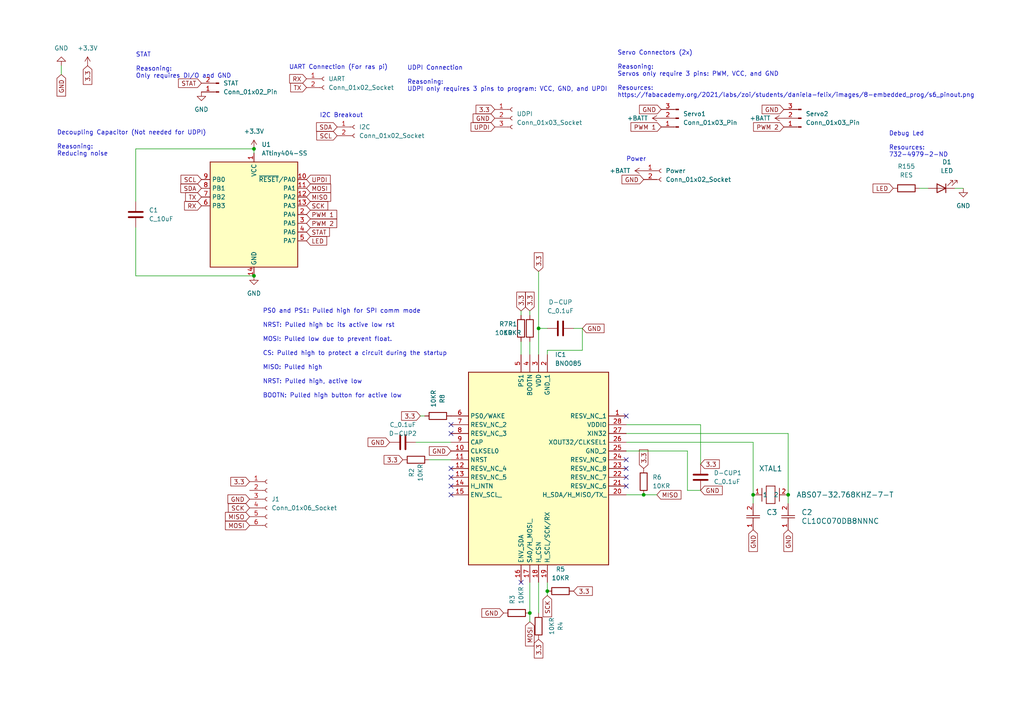
<source format=kicad_sch>
(kicad_sch (version 20230121) (generator eeschema)
  (paper "A4")
  (lib_symbols
    (symbol "32Crys:ABS07-32.768KHZ-7-T" (pin_names (offset 0.254))
      (property "Reference" "XTAL" (at 5.08 4.445 0))
      (property "Value" "ABS07-32.768KHZ-7-T" (at 5.08 -4.445 0))
      (symbol "ABS07-32.768KHZ-7-T_1_1"
        (polyline (pts (xy 2.54 -1.905) (xy 2.54 1.905)) (stroke (width 0.2032)))
        (polyline (pts (xy 3.81 -2.54) (xy 3.81 2.54)) (stroke (width 0.2032)))
        (polyline (pts (xy 3.81 2.54) (xy 6.35 2.54)) (stroke (width 0.2032)))
        (polyline (pts (xy 6.35 -2.54) (xy 3.81 -2.54)) (stroke (width 0.2032)))
        (polyline (pts (xy 6.35 2.54) (xy 6.35 -2.54)) (stroke (width 0.2032)))
        (polyline (pts (xy 7.62 -1.905) (xy 7.62 1.905)) (stroke (width 0.2032)))
        (pin unspecified line (at 0 0 0) (length 2.54) (name "1") (number "1"))
        (pin unspecified line (at 10.16 0 180) (length 2.54) (name "2") (number "2"))
      )
    )
    (symbol "7pf:CL10C070DB8NNNC" (pin_names (offset 0.254))
      (property "Reference" "C" (at 3.81 3.81 0))
      (property "Value" "CL10C070DB8NNNC" (at 3.81 -3.81 0))
      (symbol "CL10C070DB8NNNC_1_1"
        (polyline (pts (xy 2.54 0) (xy 3.4798 0)) (stroke (width 0.2032)))
        (polyline (pts (xy 3.4798 -1.905) (xy 3.4798 1.905)) (stroke (width 0.2032)))
        (polyline (pts (xy 4.1148 -1.905) (xy 4.1148 1.905)) (stroke (width 0.2032)))
        (polyline (pts (xy 4.1148 0) (xy 5.08 0)) (stroke (width 0.2032)))
        (pin unspecified line (at 0 0 0) (length 2.54) (name "") (number "1"))
        (pin unspecified line (at 7.62 0 180) (length 2.54) (name "") (number "2"))
      )
    )
    (symbol "BNO085:BNO085"
      (property "Reference" "IC" (at 46.99 17.78 0))
      (property "Value" "BNO085" (at 46.99 15.24 0))
      (symbol "BNO085_1_1"
        (rectangle (start 5.08 12.7) (end 45.72 -43.18) (stroke (width 0.254)) (fill (type background)))
        (pin passive line (at 50.8 0 180) (length 5.08) (name "RESV_NC_1") (number "1"))
        (pin passive line (at 0 -10.16 0) (length 5.08) (name "CLKSEL0") (number "10"))
        (pin passive line (at 0 -12.7 0) (length 5.08) (name "NRST") (number "11"))
        (pin passive line (at 0 -15.24 0) (length 5.08) (name "RESV_NC_4") (number "12"))
        (pin passive line (at 0 -17.78 0) (length 5.08) (name "RESV_NC_5") (number "13"))
        (pin passive line (at 0 -20.32 0) (length 5.08) (name "H_INTN") (number "14"))
        (pin passive line (at 0 -22.86 0) (length 5.08) (name "ENV_SCL_") (number "15"))
        (pin passive line (at 20.32 -48.26 90) (length 5.08) (name "ENV_SDA") (number "16"))
        (pin passive line (at 22.86 -48.26 90) (length 5.08) (name "SA0/H_MOSI_") (number "17"))
        (pin passive line (at 25.4 -48.26 90) (length 5.08) (name "H_CSN") (number "18"))
        (pin passive line (at 27.94 -48.26 90) (length 5.08) (name "H_SCL/SCK/RX") (number "19"))
        (pin passive line (at 27.94 17.78 270) (length 5.08) (name "GND_1") (number "2"))
        (pin passive line (at 50.8 -22.86 180) (length 5.08) (name "H_SDA/H_MISO/TX_") (number "20"))
        (pin passive line (at 50.8 -20.32 180) (length 5.08) (name "RESV_NC_6") (number "21"))
        (pin passive line (at 50.8 -17.78 180) (length 5.08) (name "RESV_NC_7") (number "22"))
        (pin passive line (at 50.8 -15.24 180) (length 5.08) (name "RESV_NC_8") (number "23"))
        (pin passive line (at 50.8 -12.7 180) (length 5.08) (name "RESV_NC_9") (number "24"))
        (pin passive line (at 50.8 -10.16 180) (length 5.08) (name "GND_2") (number "25"))
        (pin passive line (at 50.8 -7.62 180) (length 5.08) (name "XOUT32/CLKSEL1") (number "26"))
        (pin passive line (at 50.8 -5.08 180) (length 5.08) (name "XIN32") (number "27"))
        (pin passive line (at 50.8 -2.54 180) (length 5.08) (name "VDDIO") (number "28"))
        (pin passive line (at 25.4 17.78 270) (length 5.08) (name "VDD") (number "3"))
        (pin passive line (at 22.86 17.78 270) (length 5.08) (name "BOOTN") (number "4"))
        (pin passive line (at 20.32 17.78 270) (length 5.08) (name "PS1") (number "5"))
        (pin passive line (at 0 0 0) (length 5.08) (name "PS0/WAKE") (number "6"))
        (pin passive line (at 0 -2.54 0) (length 5.08) (name "RESV_NC_2") (number "7"))
        (pin passive line (at 0 -5.08 0) (length 5.08) (name "RESV_NC_3") (number "8"))
        (pin passive line (at 0 -7.62 0) (length 5.08) (name "CAP") (number "9"))
      )
    )
    (symbol "Connector:Conn_01x02_Pin" (pin_names (offset 1.016) hide)
      (property "Reference" "J" (at 0 2.54 0))
      (property "Value" "Conn_01x02_Pin" (at 0 -5.08 0))
      (symbol "Conn_01x02_Pin_1_1"
        (polyline (pts (xy 1.27 -2.54) (xy 0.8636 -2.54)) (stroke (width 0.1524)))
        (polyline (pts (xy 1.27 0) (xy 0.8636 0)) (stroke (width 0.1524)))
        (rectangle (start 0.8636 -2.413) (end 0 -2.667) (stroke (width 0.1524)) (fill (type outline)))
        (rectangle (start 0.8636 0.127) (end 0 -0.127) (stroke (width 0.1524)) (fill (type outline)))
        (pin passive line (at 5.08 0 180) (length 3.81) (name "Pin_1") (number "1"))
        (pin passive line (at 5.08 -2.54 180) (length 3.81) (name "Pin_2") (number "2"))
      )
    )
    (symbol "Connector:Conn_01x02_Socket" (pin_names (offset 1.016) hide)
      (property "Reference" "J" (at 0 2.54 0))
      (property "Value" "Conn_01x02_Socket" (at 0 -5.08 0))
      (symbol "Conn_01x02_Socket_1_1"
        (arc (start 0 -2.032) (mid -0.5058 -2.54) (end 0 -3.048) (stroke (width 0.1524)))
        (polyline (pts (xy -1.27 -2.54) (xy -0.508 -2.54)) (stroke (width 0.1524)))
        (polyline (pts (xy -1.27 0) (xy -0.508 0)) (stroke (width 0.1524)))
        (arc (start 0 0.508) (mid -0.5058 0) (end 0 -0.508) (stroke (width 0.1524)))
        (pin passive line (at -5.08 0 0) (length 3.81) (name "Pin_1") (number "1"))
        (pin passive line (at -5.08 -2.54 0) (length 3.81) (name "Pin_2") (number "2"))
      )
    )
    (symbol "Connector:Conn_01x03_Pin" (pin_names (offset 1.016) hide)
      (property "Reference" "J" (at 0 5.08 0))
      (property "Value" "Conn_01x03_Pin" (at 0 -5.08 0))
      (symbol "Conn_01x03_Pin_1_1"
        (polyline (pts (xy 1.27 -2.54) (xy 0.8636 -2.54)) (stroke (width 0.1524)))
        (polyline (pts (xy 1.27 0) (xy 0.8636 0)) (stroke (width 0.1524)))
        (polyline (pts (xy 1.27 2.54) (xy 0.8636 2.54)) (stroke (width 0.1524)))
        (rectangle (start 0.8636 -2.413) (end 0 -2.667) (stroke (width 0.1524)) (fill (type outline)))
        (rectangle (start 0.8636 0.127) (end 0 -0.127) (stroke (width 0.1524)) (fill (type outline)))
        (rectangle (start 0.8636 2.667) (end 0 2.413) (stroke (width 0.1524)) (fill (type outline)))
        (pin passive line (at 5.08 2.54 180) (length 3.81) (name "Pin_1") (number "1"))
        (pin passive line (at 5.08 0 180) (length 3.81) (name "Pin_2") (number "2"))
        (pin passive line (at 5.08 -2.54 180) (length 3.81) (name "Pin_3") (number "3"))
      )
    )
    (symbol "Connector:Conn_01x03_Socket" (pin_names (offset 1.016) hide)
      (property "Reference" "J" (at 0 5.08 0))
      (property "Value" "Conn_01x03_Socket" (at 0 -5.08 0))
      (symbol "Conn_01x03_Socket_1_1"
        (arc (start 0 -2.032) (mid -0.5058 -2.54) (end 0 -3.048) (stroke (width 0.1524)))
        (polyline (pts (xy -1.27 -2.54) (xy -0.508 -2.54)) (stroke (width 0.1524)))
        (polyline (pts (xy -1.27 0) (xy -0.508 0)) (stroke (width 0.1524)))
        (polyline (pts (xy -1.27 2.54) (xy -0.508 2.54)) (stroke (width 0.1524)))
        (arc (start 0 0.508) (mid -0.5058 0) (end 0 -0.508) (stroke (width 0.1524)))
        (arc (start 0 3.048) (mid -0.5058 2.54) (end 0 2.032) (stroke (width 0.1524)))
        (pin passive line (at -5.08 2.54 0) (length 3.81) (name "Pin_1") (number "1"))
        (pin passive line (at -5.08 0 0) (length 3.81) (name "Pin_2") (number "2"))
        (pin passive line (at -5.08 -2.54 0) (length 3.81) (name "Pin_3") (number "3"))
      )
    )
    (symbol "Connector:Conn_01x06_Socket" (pin_names (offset 1.016) hide)
      (property "Reference" "J" (at 0 7.62 0))
      (property "Value" "Conn_01x06_Socket" (at 0 -10.16 0))
      (symbol "Conn_01x06_Socket_1_1"
        (arc (start 0 -7.112) (mid -0.5058 -7.62) (end 0 -8.128) (stroke (width 0.1524)))
        (arc (start 0 -4.572) (mid -0.5058 -5.08) (end 0 -5.588) (stroke (width 0.1524)))
        (arc (start 0 -2.032) (mid -0.5058 -2.54) (end 0 -3.048) (stroke (width 0.1524)))
        (polyline (pts (xy -1.27 -7.62) (xy -0.508 -7.62)) (stroke (width 0.1524)))
        (polyline (pts (xy -1.27 -5.08) (xy -0.508 -5.08)) (stroke (width 0.1524)))
        (polyline (pts (xy -1.27 -2.54) (xy -0.508 -2.54)) (stroke (width 0.1524)))
        (polyline (pts (xy -1.27 0) (xy -0.508 0)) (stroke (width 0.1524)))
        (polyline (pts (xy -1.27 2.54) (xy -0.508 2.54)) (stroke (width 0.1524)))
        (polyline (pts (xy -1.27 5.08) (xy -0.508 5.08)) (stroke (width 0.1524)))
        (arc (start 0 0.508) (mid -0.5058 0) (end 0 -0.508) (stroke (width 0.1524)))
        (arc (start 0 3.048) (mid -0.5058 2.54) (end 0 2.032) (stroke (width 0.1524)))
        (arc (start 0 5.588) (mid -0.5058 5.08) (end 0 4.572) (stroke (width 0.1524)))
        (pin passive line (at -5.08 5.08 0) (length 3.81) (name "Pin_1") (number "1"))
        (pin passive line (at -5.08 2.54 0) (length 3.81) (name "Pin_2") (number "2"))
        (pin passive line (at -5.08 0 0) (length 3.81) (name "Pin_3") (number "3"))
        (pin passive line (at -5.08 -2.54 0) (length 3.81) (name "Pin_4") (number "4"))
        (pin passive line (at -5.08 -5.08 0) (length 3.81) (name "Pin_5") (number "5"))
        (pin passive line (at -5.08 -7.62 0) (length 3.81) (name "Pin_6") (number "6"))
      )
    )
    (symbol "Device:LED" (pin_numbers hide) (pin_names (offset 1.016) hide)
      (property "Reference" "D" (at 0 2.54 0))
      (property "Value" "LED" (at 0 -2.54 0))
      (symbol "LED_0_1"
        (polyline (pts (xy -1.27 -1.27) (xy -1.27 1.27)) (stroke (width 0.254)))
        (polyline (pts (xy -1.27 0) (xy 1.27 0)))
        (polyline (pts (xy 1.27 -1.27) (xy 1.27 1.27) (xy -1.27 0) (xy 1.27 -1.27)) (stroke (width 0.254)))
        (polyline (pts (xy -3.048 -0.762) (xy -4.572 -2.286) (xy -3.81 -2.286) (xy -4.572 -2.286) (xy -4.572 -1.524)))
        (polyline (pts (xy -1.778 -0.762) (xy -3.302 -2.286) (xy -2.54 -2.286) (xy -3.302 -2.286) (xy -3.302 -1.524)))
      )
      (symbol "LED_1_1"
        (pin passive line (at -3.81 0 0) (length 2.54) (name "K") (number "1"))
        (pin passive line (at 3.81 0 180) (length 2.54) (name "A") (number "2"))
      )
    )
    (symbol "Device:R" (pin_numbers hide) (pin_names (offset 0))
      (property "Reference" "R" (at 2.032 0 90))
      (property "Value" "R" (at 0 0 90))
      (symbol "R_0_1"
        (rectangle (start -1.016 -2.54) (end 1.016 2.54) (stroke (width 0.254)))
      )
      (symbol "R_1_1"
        (pin passive line (at 0 3.81 270) (length 1.27) (name "~") (number "1"))
        (pin passive line (at 0 -3.81 90) (length 1.27) (name "~") (number "2"))
      )
    )
    (symbol "MCU_Microchip_ATtiny:ATtiny404-SS"
      (property "Reference" "U" (at -12.7 16.51 0))
      (property "Value" "ATtiny404-SS" (at 2.54 -16.51 0))
      (symbol "ATtiny404-SS_0_1"
        (rectangle (start -12.7 -15.24) (end 12.7 15.24) (stroke (width 0.254)) (fill (type background)))
      )
      (symbol "ATtiny404-SS_1_1"
        (pin power_in line (at 0 17.78 270) (length 2.54) (name "VCC") (number "1"))
        (pin bidirectional line (at 15.24 10.16 180) (length 2.54) (name "~{RESET}/PA0") (number "10"))
        (pin bidirectional line (at 15.24 7.62 180) (length 2.54) (name "PA1") (number "11"))
        (pin bidirectional line (at 15.24 5.08 180) (length 2.54) (name "PA2") (number "12"))
        (pin bidirectional line (at 15.24 2.54 180) (length 2.54) (name "PA3") (number "13"))
        (pin power_in line (at 0 -17.78 90) (length 2.54) (name "GND") (number "14"))
        (pin bidirectional line (at 15.24 0 180) (length 2.54) (name "PA4") (number "2"))
        (pin bidirectional line (at 15.24 -2.54 180) (length 2.54) (name "PA5") (number "3"))
        (pin bidirectional line (at 15.24 -5.08 180) (length 2.54) (name "PA6") (number "4"))
        (pin bidirectional line (at 15.24 -7.62 180) (length 2.54) (name "PA7") (number "5"))
        (pin bidirectional line (at -15.24 2.54 0) (length 2.54) (name "PB3") (number "6"))
        (pin bidirectional line (at -15.24 5.08 0) (length 2.54) (name "PB2") (number "7"))
        (pin bidirectional line (at -15.24 7.62 0) (length 2.54) (name "PB1") (number "8"))
        (pin bidirectional line (at -15.24 10.16 0) (length 2.54) (name "PB0") (number "9"))
      )
    )
    (symbol "formula:C_0.1uF" (pin_numbers hide) (pin_names (offset 0.254))
      (property "Reference" "C" (at 0.635 2.54 0))
      (property "Value" "C_0.1uF" (at 0.635 -2.54 0))
      (symbol "C_0.1uF_0_1"
        (polyline (pts (xy -2.032 -0.762) (xy 2.032 -0.762)) (stroke (width 0.508)))
        (polyline (pts (xy -2.032 0.762) (xy 2.032 0.762)) (stroke (width 0.508)))
      )
      (symbol "C_0.1uF_1_1"
        (pin passive line (at 0 3.81 270) (length 2.794) (name "~") (number "1"))
        (pin passive line (at 0 -3.81 90) (length 2.794) (name "~") (number "2"))
      )
    )
    (symbol "formula:C_10uF" (pin_numbers hide) (pin_names (offset 0.254))
      (property "Reference" "C" (at 0.635 3.81 0))
      (property "Value" "C_10uF" (at 0.635 -1.27 0))
      (symbol "C_10uF_0_1"
        (polyline (pts (xy -2.032 0.508) (xy 2.032 0.508)) (stroke (width 0.508)))
        (polyline (pts (xy -2.032 2.032) (xy 2.032 2.032)) (stroke (width 0.508)))
      )
      (symbol "C_10uF_1_1"
        (pin passive line (at 0 5.08 270) (length 2.794) (name "~") (number "1"))
        (pin passive line (at 0 -2.54 90) (length 2.794) (name "~") (number "2"))
      )
    )
    (symbol "oem:10KR" (pin_numbers hide) (pin_names (offset 0))
      (property "Reference" "R" (at 2.032 0 90))
      (property "Value" "10KR" (at 0 0 90))
      (symbol "10KR_0_1"
        (rectangle (start -1.016 -2.54) (end 1.016 2.54) (stroke (width 0.254)))
      )
      (symbol "10KR_1_1"
        (pin passive line (at 0 3.81 270) (length 1.27) (name "~") (number "1"))
        (pin passive line (at 0 -3.81 90) (length 1.27) (name "~") (number "2"))
      )
    )
    (symbol "power:+3.3V" (power) (pin_names (offset 0))
      (property "Value" "+3.3V" (at 0 3.556 0))
      (symbol "+3.3V_0_1"
        (polyline (pts (xy -0.762 1.27) (xy 0 2.54)))
        (polyline (pts (xy 0 0) (xy 0 2.54)))
        (polyline (pts (xy 0 2.54) (xy 0.762 1.27)))
      )
      (symbol "+3.3V_1_1"
        (pin power_in line (at 0 0 90) (length 0) hide (name "+3.3V") (number "1"))
      )
    )
    (symbol "power:+BATT" (power) (pin_names (offset 0))
      (property "Value" "+BATT" (at 0 3.556 0))
      (symbol "+BATT_0_1"
        (polyline (pts (xy -0.762 1.27) (xy 0 2.54)))
        (polyline (pts (xy 0 0) (xy 0 2.54)))
        (polyline (pts (xy 0 2.54) (xy 0.762 1.27)))
      )
      (symbol "+BATT_1_1"
        (pin power_in line (at 0 0 90) (length 0) hide (name "+BATT") (number "1"))
      )
    )
    (symbol "power:GND" (power) (pin_names (offset 0))
      (property "Value" "GND" (at 0 -3.81 0))
      (symbol "GND_0_1"
        (polyline (pts (xy 0 0) (xy 0 -1.27) (xy 1.27 -1.27) (xy 0 -2.54) (xy -1.27 -1.27) (xy 0 -1.27)))
      )
      (symbol "GND_1_1"
        (pin power_in line (at 0 0 270) (length 0) hide (name "GND") (number "1"))
      )
    )
  )
  (junction (at 218.44 143.51))
  (junction (at 73.66 43.18))
  (junction (at 153.67 177.8))
  (junction (at 186.69 143.51))
  (junction (at 156.21 95.25))
  (junction (at 73.66 80.01))
  (junction (at 228.6 143.51))
  (junction (at 158.75 171.45))
  (no_connect (at 130.81 138.43))
  (no_connect (at 181.61 120.65))
  (no_connect (at 151.13 168.91))
  (no_connect (at 130.81 123.19))
  (no_connect (at 181.61 135.89))
  (no_connect (at 130.81 135.89))
  (no_connect (at 130.81 143.51))
  (no_connect (at 181.61 140.97))
  (no_connect (at 181.61 138.43))
  (no_connect (at 181.61 133.35))
  (no_connect (at 130.81 125.73))
  (no_connect (at 130.81 140.97))
  (wire (pts (xy 168.91 101.6) (xy 158.75 101.6)))
  (wire (pts (xy 276.86 54.61) (xy 279.4 54.61)))
  (wire (pts (xy 153.67 177.8) (xy 153.67 180.34)))
  (wire (pts (xy 156.21 95.25) (xy 156.21 102.87)))
  (wire (pts (xy 228.6 143.51) (xy 228.6 146.05)))
  (wire (pts (xy 181.61 125.73) (xy 228.6 125.73)))
  (wire (pts (xy 199.39 130.81) (xy 181.61 130.81)))
  (wire (pts (xy 158.75 101.6) (xy 158.75 102.87)))
  (wire (pts (xy 168.91 95.25) (xy 168.91 101.6)))
  (wire (pts (xy 156.21 78.74) (xy 156.21 95.25)))
  (wire (pts (xy 39.37 80.01) (xy 73.66 80.01)))
  (wire (pts (xy 203.2 123.19) (xy 203.2 134.62)))
  (wire (pts (xy 120.65 128.27) (xy 130.81 128.27)))
  (wire (pts (xy 124.46 133.35) (xy 130.81 133.35)))
  (wire (pts (xy 199.39 142.24) (xy 199.39 130.81)))
  (wire (pts (xy 156.21 168.91) (xy 156.21 177.8)))
  (wire (pts (xy 39.37 58.42) (xy 39.37 43.18)))
  (wire (pts (xy 39.37 43.18) (xy 73.66 43.18)))
  (wire (pts (xy 158.75 172.72) (xy 158.75 171.45)))
  (wire (pts (xy 199.39 142.24) (xy 203.2 142.24)))
  (wire (pts (xy 218.44 128.27) (xy 218.44 143.51)))
  (wire (pts (xy 228.6 125.73) (xy 228.6 143.51)))
  (wire (pts (xy 17.78 21.59) (xy 17.78 19.05)))
  (wire (pts (xy 39.37 66.04) (xy 39.37 80.01)))
  (wire (pts (xy 151.13 90.17) (xy 151.13 91.44)))
  (wire (pts (xy 218.44 143.51) (xy 218.44 146.05)))
  (wire (pts (xy 153.67 99.06) (xy 153.67 102.87)))
  (wire (pts (xy 73.66 43.18) (xy 73.66 44.45)))
  (wire (pts (xy 121.92 120.65) (xy 123.19 120.65)))
  (wire (pts (xy 151.13 99.06) (xy 151.13 102.87)))
  (wire (pts (xy 168.91 95.25) (xy 166.37 95.25)))
  (wire (pts (xy 266.7 54.61) (xy 269.24 54.61)))
  (wire (pts (xy 181.61 128.27) (xy 218.44 128.27)))
  (wire (pts (xy 153.67 168.91) (xy 153.67 177.8)))
  (wire (pts (xy 181.61 123.19) (xy 203.2 123.19)))
  (wire (pts (xy 158.75 171.45) (xy 158.75 168.91)))
  (wire (pts (xy 153.67 91.44) (xy 153.67 90.17)))
  (wire (pts (xy 156.21 95.25) (xy 158.75 95.25)))
  (wire (pts (xy 190.5 143.51) (xy 186.69 143.51)))
  (wire (pts (xy 186.69 143.51) (xy 181.61 143.51)))
  (text "PS0 and PS1: Pulled high for SPI comm mode\n\nNRST: Pulled high bc its active low rst\n\nMOSI: Pulled low due to prevent float.\n\nCS: Pulled high to protect a circuit during the startup\n\nMISO: Pulled high\n\nNRST: Pulled high, active low\n\nBOOTN: Pulled high button for active low\n" (at 76.2 115.57 0) (effects (font (size 1.27 1.27)) (justify left bottom)))
  (text "STAT \n\nReasoning:\nOnly requires DI/O and GND" (at 39.37 22.86 0) (effects (font (size 1.27 1.27)) (justify left bottom)))
  (text "UDPI Connection\n\nReasoning:\nUDPI only requires 3 pins to program: VCC, GND, and UPDI\n" (at 118.11 26.67 0) (effects (font (size 1.27 1.27)) (justify left bottom)))
  (text "UART Connection (For ras pi)\n" (at 83.82 20.32 0) (effects (font (size 1.27 1.27)) (justify left bottom)))
  (text "Servo Connectors (2x)\n\nReasoning:\nServos only require 3 pins: PWM, VCC, and GND\n\nResources:\nhttps://fabacademy.org/2021/labs/zoi/students/daniela-felix/images/8-embedded_prog/s6_pinout.png\n\n" (at 179.07 30.48 0) (effects (font (size 1.27 1.27)) (justify left bottom)))
  (text "Decoupling Capacitor (Not needed for UDPI)\n\nReasoning:\nReducing noise\n\n\n" (at 16.51 49.53 0) (effects (font (size 1.27 1.27)) (justify left bottom)))
  (text "I2C Breakout" (at 92.71 34.29 0) (effects (font (size 1.27 1.27)) (justify left bottom)))
  (text "Power" (at 181.61 46.99 0) (effects (font (size 1.27 1.27)) (justify left bottom)))
  (text "Debug Led\n\nResources: \n732-4979-2-ND" (at 257.81 45.72 0) (effects (font (size 1.27 1.27)) (justify left bottom)))
  (global_label "GND" (shape input) (at 203.2 142.24 0) (property "Intersheetrefs" "${INTERSHEET_REFS}" (effects hide)))
  (global_label "GND" (shape input) (at 227.33 31.75 180) (property "Intersheetrefs" "${INTERSHEET_REFS}" (effects hide)))
  (global_label "LED" (shape input) (at 259.08 54.61 180) (property "Intersheetrefs" "${INTERSHEET_REFS}" (effects hide)))
  (global_label "3.3" (shape input) (at 25.4 19.05 270) (property "Intersheetrefs" "${INTERSHEET_REFS}" (effects hide)))
  (global_label "PWM 2" (shape input) (at 88.9 64.77 0) (property "Intersheetrefs" "${INTERSHEET_REFS}" (effects hide)))
  (global_label "MISO" (shape input) (at 190.5 143.51 0) (property "Intersheetrefs" "${INTERSHEET_REFS}" (effects hide)))
  (global_label "3.3" (shape input) (at 186.69 135.89 90) (property "Intersheetrefs" "${INTERSHEET_REFS}" (effects hide)))
  (global_label "GND" (shape input) (at 17.78 21.59 270) (property "Intersheetrefs" "${INTERSHEET_REFS}" (effects hide)))
  (global_label "STAT" (shape input) (at 58.42 24.13 180) (property "Intersheetrefs" "${INTERSHEET_REFS}" (effects hide)))
  (global_label "SDA" (shape input) (at 58.42 54.61 180) (property "Intersheetrefs" "${INTERSHEET_REFS}" (effects hide)))
  (global_label "GND" (shape input) (at 130.81 130.81 180) (property "Intersheetrefs" "${INTERSHEET_REFS}" (effects hide)))
  (global_label "STAT" (shape input) (at 88.9 67.31 0) (property "Intersheetrefs" "${INTERSHEET_REFS}" (effects hide)))
  (global_label "3.3" (shape input) (at 151.13 90.17 90) (property "Intersheetrefs" "${INTERSHEET_REFS}" (effects hide)))
  (global_label "RX" (shape input) (at 88.9 22.86 180) (property "Intersheetrefs" "${INTERSHEET_REFS}" (effects hide)))
  (global_label "UPDI" (shape input) (at 143.51 36.83 180) (property "Intersheetrefs" "${INTERSHEET_REFS}" (effects hide)))
  (global_label "LED" (shape input) (at 88.9 69.85 0) (property "Intersheetrefs" "${INTERSHEET_REFS}" (effects hide)))
  (global_label "MISO" (shape input) (at 72.39 149.86 180) (property "Intersheetrefs" "${INTERSHEET_REFS}" (effects hide)))
  (global_label "TX" (shape input) (at 58.42 57.15 180) (property "Intersheetrefs" "${INTERSHEET_REFS}" (effects hide)))
  (global_label "GND" (shape input) (at 191.77 31.75 180) (property "Intersheetrefs" "${INTERSHEET_REFS}" (effects hide)))
  (global_label "GND" (shape input) (at 228.6 153.67 270) (property "Intersheetrefs" "${INTERSHEET_REFS}" (effects hide)))
  (global_label "3.3" (shape input) (at 166.37 171.45 0) (property "Intersheetrefs" "${INTERSHEET_REFS}" (effects hide)))
  (global_label "MOSI" (shape input) (at 88.9 54.61 0) (property "Intersheetrefs" "${INTERSHEET_REFS}" (effects hide)))
  (global_label "GND" (shape input) (at 72.39 144.78 180) (property "Intersheetrefs" "${INTERSHEET_REFS}" (effects hide)))
  (global_label "PWM 1" (shape input) (at 88.9 62.23 0) (property "Intersheetrefs" "${INTERSHEET_REFS}" (effects hide)))
  (global_label "3.3" (shape input) (at 121.92 120.65 180) (property "Intersheetrefs" "${INTERSHEET_REFS}" (effects hide)))
  (global_label "SCL" (shape input) (at 58.42 52.07 180) (property "Intersheetrefs" "${INTERSHEET_REFS}" (effects hide)))
  (global_label "TX" (shape input) (at 88.9 25.4 180) (property "Intersheetrefs" "${INTERSHEET_REFS}" (effects hide)))
  (global_label "GND" (shape input) (at 218.44 153.67 270) (property "Intersheetrefs" "${INTERSHEET_REFS}" (effects hide)))
  (global_label "3.3" (shape input) (at 156.21 185.42 270) (property "Intersheetrefs" "${INTERSHEET_REFS}" (effects hide)))
  (global_label "3.3" (shape input) (at 72.39 139.7 180) (property "Intersheetrefs" "${INTERSHEET_REFS}" (effects hide)))
  (global_label "SCL" (shape input) (at 97.79 39.37 180) (property "Intersheetrefs" "${INTERSHEET_REFS}" (effects hide)))
  (global_label "MISO" (shape input) (at 88.9 57.15 0) (property "Intersheetrefs" "${INTERSHEET_REFS}" (effects hide)))
  (global_label "GND" (shape input) (at 143.51 34.29 180) (property "Intersheetrefs" "${INTERSHEET_REFS}" (effects hide)))
  (global_label "SCK" (shape input) (at 88.9 59.69 0) (property "Intersheetrefs" "${INTERSHEET_REFS}" (effects hide)))
  (global_label "PWM 2" (shape input) (at 227.33 36.83 180) (property "Intersheetrefs" "${INTERSHEET_REFS}" (effects hide)))
  (global_label "SDA" (shape input) (at 97.79 36.83 180) (property "Intersheetrefs" "${INTERSHEET_REFS}" (effects hide)))
  (global_label "3.3" (shape input) (at 116.84 133.35 180) (property "Intersheetrefs" "${INTERSHEET_REFS}" (effects hide)))
  (global_label "GND" (shape input) (at 113.03 128.27 180) (property "Intersheetrefs" "${INTERSHEET_REFS}" (effects hide)))
  (global_label "MOSI" (shape input) (at 72.39 152.4 180) (property "Intersheetrefs" "${INTERSHEET_REFS}" (effects hide)))
  (global_label "SCK" (shape input) (at 72.39 147.32 180) (property "Intersheetrefs" "${INTERSHEET_REFS}" (effects hide)))
  (global_label "GND" (shape input) (at 186.69 52.07 180) (property "Intersheetrefs" "${INTERSHEET_REFS}" (effects hide)))
  (global_label "MOSI" (shape input) (at 153.67 180.34 270) (property "Intersheetrefs" "${INTERSHEET_REFS}" (effects hide)))
  (global_label "GND" (shape input) (at 146.05 177.8 180) (property "Intersheetrefs" "${INTERSHEET_REFS}" (effects hide)))
  (global_label "RX" (shape input) (at 58.42 59.69 180) (property "Intersheetrefs" "${INTERSHEET_REFS}" (effects hide)))
  (global_label "SCK" (shape input) (at 158.75 172.72 270) (property "Intersheetrefs" "${INTERSHEET_REFS}" (effects hide)))
  (global_label "3.3" (shape input) (at 156.21 78.74 90) (property "Intersheetrefs" "${INTERSHEET_REFS}" (effects hide)))
  (global_label "3.3" (shape input) (at 153.67 90.17 90) (property "Intersheetrefs" "${INTERSHEET_REFS}" (effects hide)))
  (global_label "3.3" (shape input) (at 143.51 31.75 180) (property "Intersheetrefs" "${INTERSHEET_REFS}" (effects hide)))
  (global_label "PWM 1" (shape input) (at 191.77 36.83 180) (property "Intersheetrefs" "${INTERSHEET_REFS}" (effects hide)))
  (global_label "UPDI" (shape input) (at 88.9 52.07 0) (property "Intersheetrefs" "${INTERSHEET_REFS}" (effects hide)))
  (global_label "GND" (shape input) (at 168.91 95.25 0) (property "Intersheetrefs" "${INTERSHEET_REFS}" (effects hide)))
  (global_label "3.3" (shape input) (at 203.2 134.62 0) (property "Intersheetrefs" "${INTERSHEET_REFS}" (effects hide)))
  (symbol (lib_id "7pf:CL10C070DB8NNNC") (at 228.6 153.67 90) (unit 1)
    (property "Reference" "C2" (at 232.41 148.59 90) (effects (font (size 1.524 1.524)) (justify right)))
    (property "Value" "CL10C070DB8NNNC" (at 232.41 151.13 90) (effects (font (size 1.524 1.524)) (justify right)))
    (property "Footprint" "CAP_CL10_SAM" (effects hide))
    (property "Datasheet" "CL10C070DB8NNNC" (effects hide))
  )
  (symbol (lib_id "power:GND") (at 17.78 19.05 180) (unit 1)
    (property "Reference" "#PWR02" (effects hide))
    (property "Value" "GND" (at 17.78 13.97 0))
  )
  (symbol (lib_id "Connector:Conn_01x02_Pin") (at 63.5 26.67 180) (unit 1)
    (property "Reference" "STAT" (at 64.77 24.13 0) (effects (justify right)))
    (property "Value" "Conn_01x02_Pin" (at 64.77 26.67 0) (effects (justify right)))
  )
  (symbol (lib_id "oem:10KR") (at 186.69 139.7 0) (unit 1)
    (property "Reference" "R6" (at 189.23 138.43 0) (effects (justify left)))
    (property "Value" "10KR" (at 189.23 140.97 0) (effects (justify left)))
  )
  (symbol (lib_id "Connector:Conn_01x06_Socket") (at 77.47 144.78 0) (unit 1)
    (property "Reference" "J1" (at 78.74 144.78 0) (effects (justify left)))
    (property "Value" "Conn_01x06_Socket" (at 78.74 147.32 0) (effects (justify left)))
  )
  (symbol (lib_id "power:GND") (at 73.66 80.01 0) (unit 1)
    (property "Reference" "#PWR01" (effects hide))
    (property "Value" "GND" (at 73.66 85.09 0))
  )
  (symbol (lib_id "oem:10KR") (at 127 120.65 270) (unit 1)
    (property "Reference" "R8" (at 128.27 114.3 0) (effects (justify left)))
    (property "Value" "10KR" (at 125.73 113.03 0) (effects (justify left)))
  )
  (symbol (lib_id "oem:10KR") (at 149.86 177.8 90) (unit 1)
    (property "Reference" "R3" (at 148.59 175.26 0) (effects (justify left)))
    (property "Value" "10KR" (at 151.13 175.26 0) (effects (justify left)))
  )
  (symbol (lib_id "Connector:Conn_01x02_Socket") (at 191.77 49.53 0) (unit 1)
    (property "Reference" "Power" (at 193.04 49.53 0) (effects (justify left)))
    (property "Value" "Conn_01x02_Socket" (at 193.04 52.07 0) (effects (justify left)))
  )
  (symbol (lib_id "BNO085:BNO085") (at 130.81 120.65 0) (unit 1)
    (property "Reference" "IC1" (at 160.9441 102.87 0) (effects (justify left)))
    (property "Value" "BNO085" (at 160.9441 105.41 0) (effects (justify left)))
    (property "Footprint" "BNO085" (effects hide))
    (property "Datasheet" "https://www.ceva-dsp.com/wp-content/uploads/2019/10/BNO080_085-Datasheet.pdf" (effects hide))
    (property "Height" "1.18" (effects hide))
    (property "Mouser Part Number" "526-BNO085" (effects hide))
    (property "Mouser Price/Stock" "https://www.mouser.co.uk/ProductDetail/CEVA/BNO085?qs=ulEaXIWI0c9BFVeZDQCmmQ%3D%3D" (effects hide))
    (property "Manufacturer_Name" "CEVA" (effects hide))
    (property "Manufacturer_Part_Number" "BNO085" (effects hide))
  )
  (symbol (lib_id "power:+BATT") (at 227.33 34.29 90) (unit 1)
    (property "Reference" "#PWR08" (effects hide))
    (property "Value" "+BATT" (at 223.52 34.29 90) (effects (justify left)))
  )
  (symbol (lib_id "oem:10KR") (at 151.13 95.25 0) (unit 1)
    (property "Reference" "R7" (at 144.78 93.98 0) (effects (justify left)))
    (property "Value" "10KR" (at 143.51 96.52 0) (effects (justify left)))
  )
  (symbol (lib_id "oem:10KR") (at 156.21 181.61 180) (unit 1)
    (property "Reference" "R4" (at 162.56 181.61 90))
    (property "Value" "10KR" (at 160.02 181.61 90))
  )
  (symbol (lib_id "formula:C_0.1uF") (at 203.2 138.43 0) (unit 1)
    (property "Reference" "D-CUP1" (at 207.01 137.16 0) (effects (justify left)))
    (property "Value" "C_0.1uF" (at 207.01 139.7 0) (effects (justify left)))
    (property "Footprint" "footprints:C_0805_OEM" (effects hide))
    (property "Datasheet" "http://datasheets.avx.com/X7RDielectric.pdf" (effects hide))
    (property "MFN" "DK" (effects hide))
    (property "MPN" "478-3352-1-ND" (effects hide))
    (property "PurchasingLink" "https://www.digikey.com/products/en?keywords=478-3352-1-ND" (effects hide))
  )
  (symbol (lib_id "Connector:Conn_01x02_Socket") (at 93.98 22.86 0) (unit 1)
    (property "Reference" "UART" (at 95.25 22.86 0) (effects (justify left)))
    (property "Value" "Conn_01x02_Socket" (at 95.25 25.4 0) (effects (justify left)))
  )
  (symbol (lib_id "oem:10KR") (at 120.65 133.35 90) (unit 1)
    (property "Reference" "R2" (at 119.38 138.43 0) (effects (justify left)))
    (property "Value" "10KR" (at 121.92 139.7 0) (effects (justify left)))
  )
  (symbol (lib_id "7pf:CL10C070DB8NNNC") (at 218.44 153.67 90) (unit 1)
    (property "Reference" "C3" (at 222.25 148.59 90) (effects (font (size 1.524 1.524)) (justify right)))
    (property "Value" "CL10C070DB8NNNC" (effects hide))
    (property "Footprint" "CAP_CL10_SAM" (effects hide))
    (property "Datasheet" "CL10C070DB8NNNC" (effects hide))
  )
  (symbol (lib_id "power:GND") (at 58.42 26.67 0) (unit 1)
    (property "Reference" "#PWR06" (effects hide))
    (property "Value" "GND" (at 58.42 31.75 0))
  )
  (symbol (lib_id "formula:C_0.1uF") (at 162.56 95.25 90) (unit 1)
    (property "Reference" "D-CUP" (at 162.56 87.63 90))
    (property "Value" "C_0.1uF" (at 162.56 90.17 90))
    (property "Footprint" "footprints:C_0805_OEM" (effects hide))
    (property "Datasheet" "http://datasheets.avx.com/X7RDielectric.pdf" (effects hide))
    (property "MFN" "DK" (effects hide))
    (property "MPN" "478-3352-1-ND" (effects hide))
    (property "PurchasingLink" "https://www.digikey.com/products/en?keywords=478-3352-1-ND" (effects hide))
  )
  (symbol (lib_id "MCU_Microchip_ATtiny:ATtiny404-SS") (at 73.66 62.23 0) (unit 1)
    (property "Reference" "U1" (at 75.8541 41.91 0) (effects (justify left)))
    (property "Value" "ATtiny404-SS" (at 75.8541 44.45 0) (effects (justify left)))
    (property "Footprint" "Package_SO:SOIC-14_3.9x8.7mm_P1.27mm" (effects hide))
    (property "Datasheet" "http://ww1.microchip.com/downloads/en/DeviceDoc/50002687A.pdf" (effects hide))
  )
  (symbol (lib_id "power:+BATT") (at 191.77 34.29 90) (unit 1)
    (property "Reference" "#PWR07" (effects hide))
    (property "Value" "+BATT" (at 187.96 34.29 90) (effects (justify left)))
  )
  (symbol (lib_id "Connector:Conn_01x03_Pin") (at 232.41 34.29 180) (unit 1)
    (property "Reference" "Servo2" (at 233.68 33.02 0) (effects (justify right)))
    (property "Value" "Conn_01x03_Pin" (at 233.68 35.56 0) (effects (justify right)))
  )
  (symbol (lib_id "Device:LED") (at 273.05 54.61 180) (unit 1)
    (property "Reference" "D1" (at 274.6375 46.99 0))
    (property "Value" "LED" (at 274.6375 49.53 0))
  )
  (symbol (lib_id "formula:C_10uF") (at 39.37 63.5 0) (unit 1)
    (property "Reference" "C1" (at 43.18 60.96 0) (effects (justify left)))
    (property "Value" "C_10uF" (at 43.18 63.5 0) (effects (justify left)))
    (property "Footprint" "footprints:C_0805_OEM" (effects hide))
    (property "Datasheet" "http://www.samsungsem.com/kr/support/product-search/mlcc/__icsFiles/afieldfile/2018/06/20/CL21A106KPFNNNE.pdf" (effects hide))
    (property "MFN" "DK" (effects hide))
    (property "MPN" "1276-1052-1-ND" (effects hide))
    (property "PurchasingLink" "https://www.digikey.com/product-detail/en/samsung-electro-mechanics/CL21A106KPFNNNE/1276-1052-1-ND/3889138" (effects hide))
  )
  (symbol (lib_id "32Crys:ABS07-32.768KHZ-7-T") (at 218.44 143.51 0) (unit 1)
    (property "Reference" "XTAL1" (at 223.52 135.89 0) (effects (font (size 1.524 1.524))))
    (property "Value" "ABS07-32.768KHZ-7-T" (at 245.11 143.51 0) (effects (font (size 1.524 1.524))))
    (property "Footprint" "XTAL_ABS07-32.768KHZ-7-T_ABR" (effects hide))
    (property "Datasheet" "ABS07-32.768KHZ-7-T" (effects hide))
  )
  (symbol (lib_id "oem:10KR") (at 162.56 171.45 270) (unit 1)
    (property "Reference" "R5" (at 162.56 165.1 90))
    (property "Value" "10KR" (at 162.56 167.64 90))
  )
  (symbol (lib_id "power:GND") (at 279.4 54.61 0) (unit 1)
    (property "Reference" "#PWR05" (effects hide))
    (property "Value" "GND" (at 279.4 59.69 0))
  )
  (symbol (lib_id "power:+3.3V") (at 25.4 19.05 0) (unit 1)
    (property "Reference" "#PWR03" (effects hide))
    (property "Value" "+3.3V" (at 25.4 13.97 0))
  )
  (symbol (lib_id "Connector:Conn_01x03_Pin") (at 196.85 34.29 180) (unit 1)
    (property "Reference" "Servo1" (at 198.12 33.02 0) (effects (justify right)))
    (property "Value" "Conn_01x03_Pin" (at 198.12 35.56 0) (effects (justify right)))
  )
  (symbol (lib_id "Connector:Conn_01x02_Socket") (at 102.87 36.83 0) (unit 1)
    (property "Reference" "I2C" (at 104.14 36.83 0) (effects (justify left)))
    (property "Value" "Conn_01x02_Socket" (at 104.14 39.37 0) (effects (justify left)))
  )
  (symbol (lib_id "Connector:Conn_01x03_Socket") (at 148.59 34.29 0) (unit 1)
    (property "Reference" "UDPI" (at 149.86 33.02 0) (effects (justify left)))
    (property "Value" "Conn_01x03_Socket" (at 149.86 35.56 0) (effects (justify left)))
  )
  (symbol (lib_id "power:+BATT") (at 186.69 49.53 90) (unit 1)
    (property "Reference" "#PWR04" (effects hide))
    (property "Value" "+BATT" (at 182.88 49.53 90) (effects (justify left)))
  )
  (symbol (lib_id "power:+3.3V") (at 73.66 43.18 0) (unit 1)
    (property "Reference" "#PWR09" (effects hide))
    (property "Value" "+3.3V" (at 73.66 38.1 0))
  )
  (symbol (lib_id "formula:C_0.1uF") (at 116.84 128.27 90) (unit 1)
    (property "Reference" "D-CUP2" (at 116.84 125.73 90))
    (property "Value" "C_0.1uF" (at 116.84 123.19 90))
    (property "Footprint" "footprints:C_0805_OEM" (effects hide))
    (property "Datasheet" "http://datasheets.avx.com/X7RDielectric.pdf" (effects hide))
    (property "MFN" "DK" (effects hide))
    (property "MPN" "478-3352-1-ND" (effects hide))
    (property "PurchasingLink" "https://www.digikey.com/products/en?keywords=478-3352-1-ND" (effects hide))
  )
  (symbol (lib_id "Device:R") (at 262.89 54.61 90) (unit 1)
    (property "Reference" "R155" (at 262.89 48.26 90))
    (property "Value" "RES" (at 262.89 50.8 90))
  )
  (symbol (lib_id "oem:10KR") (at 153.67 95.25 0) (unit 1)
    (property "Reference" "R1" (at 147.32 93.98 0) (effects (justify left)))
    (property "Value" "10KR" (at 146.05 96.52 0) (effects (justify left)))
  )
)
</source>
